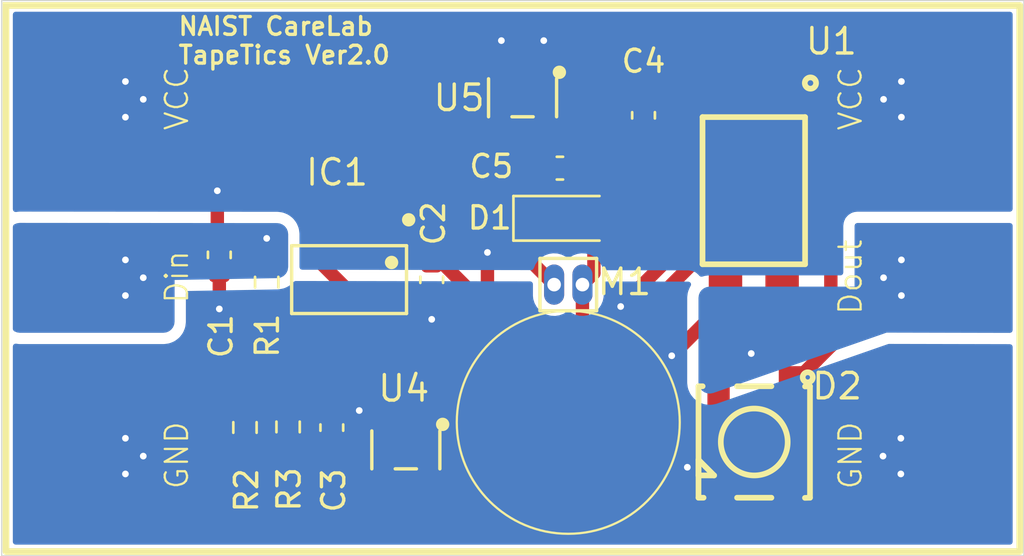
<source format=kicad_pcb>
(kicad_pcb (version 20221018) (generator pcbnew)
  (layers (0 "F.Cu" signal) (31 "B.Cu" signal) (34 "B.Paste" user) (35 "F.Paste" user) (36 "B.SilkS" user "B.Silkscreen") (37 "F.SilkS" user "F.Silkscreen") (38 "B.Mask" user) (39 "F.Mask" user) (44 "Edge.Cuts" user))
  (net 0 "")
  (net 1 "Net-(D1-A)")
  (net 2 "Net-(IC1-R)")
  (net 3 "Net-(IC1-VDD)")
  (net 5 "Net-(IC1-DIN)")
  (net 6 "Net-(IC1-DO)")
  (net 7 "Net-(D2-DOUT)")
  (net 8 "+12V")
  (net 9 "+3.3V")
  (net 10 "+5V")
  (net 11 "GND")
  (net 14 "Net-(D2-DIN)")
  (footprint "Resistor_SMD:R_0603_1608Metric" (layer "F.Cu") (at 30.435586 28.2 -90)
    (fp_text reference "R1" (at 2.4 -0.025 90) (layer "F.SilkS"))
    (fp_text value "33R" hide)
    (fp_line (start -0.237258 -0.5225) (end 0.237258 -0.5225) (stroke (width 0.12)) (layer "F.SilkS"))
    (fp_line (start -0.237258 0.5225) (end 0.237258 0.5225) (stroke (width 0.12)) (layer "F.SilkS"))
    (pad "1" smd roundrect (at -0.825 0 270) (size 0.8 0.95) (layers "F.Cu" "F.Paste" "F.Mask") (net 7 "Net-(D2-DOUT)"))
    (pad "2" smd roundrect (at 0.825 0 270) (size 0.8 0.95) (layers "F.Cu" "F.Paste" "F.Mask") (net 5 "Net-(IC1-DIN)"))
  )
  (footprint "1_My_custom_library:tape_connector_in_V2" (layer "F.Cu") (at 23.49 28.005)
    (fp_text reference "J1" hide)
    (fp_text value "Conn_01x03_Pin" hide)
    (fp_text user "Din" (at 3.5 1.215476 90 unlocked) (layer "F.SilkS") (effects (font (thickness 0.1)) (justify left bottom)))
    (fp_text user "VCC" (at 3.5 -6.546428 90 unlocked) (layer "F.SilkS") (effects (font (thickness 0.1)) (justify left bottom)))
    (fp_text user "GND" (at 3.5 9.54881 90 unlocked) (layer "F.SilkS") (effects (font (thickness 0.1)) (justify left bottom)))
    (pad "1" smd rect (at -2.75 0) (size 3.25 2) (layers "F.Cu" "F.Mask") (net 7 "Net-(D2-DOUT)"))
    (pad "1" smd rect (at -2.75 0) (size 3.25 2) (layers "B.Cu" "B.Paste" "B.Mask") (net 7 "Net-(D2-DOUT)"))
    (pad "1" smd oval (at -0.00005 0) (size 4 2.5) (layers "B.Cu" "B.Paste" "B.Mask") (net 7 "Net-(D2-DOUT)"))
    (pad "1" smd oval (at 0 0) (size 4 2.5) (layers "F.Cu" "F.Mask") (net 7 "Net-(D2-DOUT)"))
    (pad "2" smd rect (at -2.7499 -8) (size 3.25 2) (layers "F.Cu" "F.Mask") (net 8 "+12V"))
    (pad "2" smd rect (at -2.7499 -8) (size 3.25 2) (layers "B.Cu" "B.Paste" "B.Mask") (net 8 "+12V"))
    (pad "2" smd oval (at 0 -8) (size 4 2.5) (layers "B.Cu" "B.Paste" "B.Mask") (net 8 "+12V"))
    (pad "2" smd oval (at 0.00005 -8) (size 4 2.5) (layers "F.Cu" "F.Mask") (net 8 "+12V"))
    (pad "3" smd rect (at -2.75 8) (size 3.25 2) (layers "F.Cu" "F.Mask") (net 11 "GND"))
    (pad "3" smd rect (at -2.75 8) (size 3.25 2) (layers "B.Cu" "B.Paste" "B.Mask") (net 11 "GND"))
    (pad "3" smd oval (at -0.00005 8) (size 4 2.5) (layers "B.Cu" "B.Paste" "B.Mask") (net 11 "GND"))
    (pad "3" smd oval (at 0 8) (size 4 2.5) (layers "F.Cu" "F.Mask") (net 11 "GND"))
  )
  (footprint "Capacitor_SMD:C_0603_1608Metric" (layer "F.Cu") (at 37.835586 28.09114 90)
    (fp_text reference "C2" (at 2.525 0.075 270) (layer "F.SilkS"))
    (fp_text value "0.1uf" hide)
    (fp_line (start -0.14058 -0.51) (end 0.14058 -0.51) (stroke (width 0.12)) (layer "F.SilkS"))
    (fp_line (start -0.14058 0.51) (end 0.14058 0.51) (stroke (width 0.12)) (layer "F.SilkS"))
    (pad "1" smd roundrect (at -0.775 0 90) (size 0.9 0.95) (layers "F.Cu" "F.Paste" "F.Mask") (net 11 "GND"))
    (pad "2" smd roundrect (at 0.775 0 90) (size 0.9 0.95) (layers "F.Cu" "F.Paste" "F.Mask") (net 3 "Net-(IC1-VDD)"))
  )
  (footprint "Capacitor_SMD:C_0603_1608Metric" (layer "F.Cu") (at 33.355586 34.72114 -90)
    (fp_text reference "C3" (at 2.82 -0.08 90) (layer "F.SilkS"))
    (fp_text value "10uf" hide)
    (fp_line (start -0.14058 -0.51) (end 0.14058 -0.51) (stroke (width 0.12)) (layer "F.SilkS"))
    (fp_line (start -0.14058 0.51) (end 0.14058 0.51) (stroke (width 0.12)) (layer "F.SilkS"))
    (pad "1" smd roundrect (at -0.775 0 270) (size 0.9 0.95) (layers "F.Cu" "F.Paste" "F.Mask") (net 11 "GND"))
    (pad "2" smd roundrect (at 0.775 0 270) (size 0.9 0.95) (layers "F.Cu" "F.Paste" "F.Mask") (net 10 "+5V"))
  )
  (footprint "1_My_custom_library:WS2811" (layer "F.Cu") (at 34.130586 28.08414 180)
    (fp_text reference "IC1" (at -0.945 4.808 180) (layer "F.SilkS") (effects (font (size 1.143 1.143) (thickness 0.152)) (justify right)))
    (fp_text value "WS2811" hide)
    (fp_line (start -2.576 -1.521) (end 2.576 -1.521) (stroke (width 0.152)) (layer "F.SilkS"))
    (fp_line (start -2.576 1.521) (end -2.576 -1.521) (stroke (width 0.152)) (layer "F.SilkS"))
    (fp_line (start 2.576 -1.521) (end 2.576 1.521) (stroke (width 0.152)) (layer "F.SilkS"))
    (fp_line (start 2.576 1.521) (end -2.576 1.521) (stroke (width 0.152)) (layer "F.SilkS"))
    (fp_circle (center -2.672 2.682) (end -2.522 2.682) (stroke (width 0.3)) (fill none) (layer "F.SilkS"))
    (fp_circle (center -1.905 0.769) (end -1.755 0.769) (stroke (width 0.3)) (fill none) (layer "F.SilkS"))
    (pad "1" smd oval (at -1.905 2.682 180) (size 0.63 1.865) (layers "F.Cu" "F.Paste" "F.Mask") (net 2 "Net-(IC1-R)"))
    (pad "2" smd oval (at -0.635 2.682 180) (size 0.63 1.865) (layers "F.Cu" "F.Paste" "F.Mask"))
    (pad "3" smd oval (at 0.635 2.682 180) (size 0.63 1.865) (layers "F.Cu" "F.Paste" "F.Mask"))
    (pad "4" smd oval (at 1.905 2.682 180) (size 0.63 1.865) (layers "F.Cu" "F.Paste" "F.Mask") (net 11 "GND"))
    (pad "5" smd oval (at 1.905 -2.682 180) (size 0.63 1.865) (layers "F.Cu" "F.Paste" "F.Mask") (net 6 "Net-(IC1-DO)"))
    (pad "6" smd oval (at 0.635 -2.682 180) (size 0.63 1.865) (layers "F.Cu" "F.Paste" "F.Mask") (net 5 "Net-(IC1-DIN)"))
    (pad "7" smd oval (at -0.635 -2.682 180) (size 0.63 1.865) (layers "F.Cu" "F.Paste" "F.Mask"))
    (pad "8" smd oval (at -1.905 -2.682 180) (size 0.63 1.865) (layers "F.Cu" "F.Paste" "F.Mask") (net 3 "Net-(IC1-VDD)"))
  )
  (footprint "Capacitor_SMD:C_0603_1608Metric" (layer "F.Cu") (at 47.335586 20.71614 -90)
    (fp_text reference "C4" (at -2.425 0) (layer "F.SilkS"))
    (fp_text value "10uf" hide)
    (fp_line (start -0.14058 -0.51) (end 0.14058 -0.51) (stroke (width 0.12)) (layer "F.SilkS"))
    (fp_line (start -0.14058 0.51) (end 0.14058 0.51) (stroke (width 0.12)) (layer "F.SilkS"))
    (pad "1" smd roundrect (at -0.775 0 270) (size 0.9 0.95) (layers "F.Cu" "F.Paste" "F.Mask") (net 11 "GND"))
    (pad "2" smd roundrect (at 0.775 0 270) (size 0.9 0.95) (layers "F.Cu" "F.Paste" "F.Mask") (net 9 "+3.3V"))
  )
  (footprint "1_My_custom_library:VIBRATING-MOTOR-SMD_WELDING" (layer "F.Cu") (at 43.960586 28.30914 180)
    (fp_text reference "M1" (at -3.815 0.12) (layer "F.SilkS") (effects (font (size 1.143 1.143) (thickness 0.152)) (justify right)))
    (fp_text value "LCM1027A2445F" hide)
    (fp_line (start -1.27 -1.175) (end 1.27 -1.175) (stroke (width 0.152)) (layer "F.SilkS"))
    (fp_line (start -1.27 1.175) (end -1.27 -1.175) (stroke (width 0.152)) (layer "F.SilkS"))
    (fp_line (start 1.27 -1.175) (end 1.27 1.175) (stroke (width 0.152)) (layer "F.SilkS"))
    (fp_line (start 1.27 1.175) (end -1.27 1.175) (stroke (width 0.152)) (layer "F.SilkS"))
    (pad "1" thru_hole oval (at 0.635 0 180) (size 0.9 1.8) (drill 0.61) (layers "*.Cu" "*.Paste" "*.Mask") (net 9 "+3.3V"))
    (pad "2" thru_hole oval (at -0.635 0 180) (size 0.9 1.8) (drill 0.61) (layers "*.Cu" "*.Paste" "*.Mask") (net 1 "Net-(D1-A)"))
  )
  (footprint "Resistor_SMD:R_0603_1608Metric" (layer "F.Cu") (at 31.395586 34.69114 90)
    (fp_text reference "R3" (at -2.8 0.04 270) (layer "F.SilkS"))
    (fp_text value "100R" hide)
    (fp_line (start -0.237258 -0.5225) (end 0.237258 -0.5225) (stroke (width 0.12)) (layer "F.SilkS"))
    (fp_line (start -0.237258 0.5225) (end 0.237258 0.5225) (stroke (width 0.12)) (layer "F.SilkS"))
    (pad "1" smd roundrect (at -0.825 0 90) (size 0.8 0.95) (layers "F.Cu" "F.Paste" "F.Mask") (net 10 "+5V"))
    (pad "2" smd roundrect (at 0.825 0 90) (size 0.8 0.95) (layers "F.Cu" "F.Paste" "F.Mask") (net 3 "Net-(IC1-VDD)"))
  )
  (footprint "Resistor_SMD:R_0603_1608Metric" (layer "F.Cu") (at 29.460586 34.71614 -90)
    (fp_text reference "R2" (at 2.82 -0.07 90) (layer "F.SilkS"))
    (fp_text value "33R" hide)
    (fp_line (start -0.237258 -0.5225) (end 0.237258 -0.5225) (stroke (width 0.12)) (layer "F.SilkS"))
    (fp_line (start -0.237258 0.5225) (end 0.237258 0.5225) (stroke (width 0.12)) (layer "F.SilkS"))
    (pad "1" smd roundrect (at -0.825 0 270) (size 0.8 0.95) (layers "F.Cu" "F.Paste" "F.Mask") (net 6 "Net-(IC1-DO)"))
    (pad "2" smd roundrect (at 0.825 0 270) (size 0.8 0.95) (layers "F.Cu" "F.Paste" "F.Mask") (net 14 "Net-(D2-DIN)"))
  )
  (footprint "1_My_custom_library:SPX3819M5-L-5-0" (layer "F.Cu") (at 36.675586 35.72014 180)
    (fp_text reference "U4" (at -1.15 2.754) (layer "F.SilkS") (effects (font (size 1.143 1.143) (thickness 0.152)) (justify right)))
    (fp_text value "5V" hide)
    (fp_line (start -1.526 0.851) (end -1.526 -0.851) (stroke (width 0.152)) (layer "F.SilkS"))
    (fp_line (start 0.476 -0.851) (end -0.476 -0.851) (stroke (width 0.152)) (layer "F.SilkS"))
    (fp_line (start 1.526 0.851) (end 1.526 -0.851) (stroke (width 0.152)) (layer "F.SilkS"))
    (fp_circle (center -1.651 1.143) (end -1.501 1.143) (stroke (width 0.3)) (fill none) (layer "F.SilkS"))
    (pad "1" smd rect (at -0.95 1.154 180) (size 0.49 1.157) (layers "F.Cu" "F.Paste" "F.Mask") (net 8 "+12V"))
    (pad "2" smd rect (at 0 1.154 180) (size 0.49 1.157) (layers "F.Cu" "F.Paste" "F.Mask") (net 11 "GND"))
    (pad "3" smd rect (at 0.95 1.154 180) (size 0.49 1.157) (layers "F.Cu" "F.Paste" "F.Mask") (net 8 "+12V"))
    (pad "4" smd rect (at 0.95 -1.154 180) (size 0.49 1.175) (layers "F.Cu" "F.Paste" "F.Mask"))
    (pad "5" smd rect (at -0.95 -1.154 180) (size 0.49 1.175) (layers "F.Cu" "F.Paste" "F.Mask") (net 10 "+5V"))
  )
  (footprint "1_My_custom_library:TLP627" (layer "F.Cu") (at 52.280586 24.09614 180)
    (fp_text reference "U1" (at -4.719414 6.69614 180) (layer "F.SilkS") (effects (font (size 1.143 1.143) (thickness 0.152)) (justify right)))
    (fp_text value "TLP627" hide)
    (fp_line (start -2.3 -3.3) (end 2.3 -3.3) (stroke (width 0.254)) (layer "F.SilkS"))
    (fp_line (start -2.3 3.3) (end -2.3 -3.3) (stroke (width 0.254)) (layer "F.SilkS"))
    (fp_line (start 2.3 -3.3) (end 2.3 3.3) (stroke (width 0.254)) (layer "F.SilkS"))
    (fp_line (start 2.3 3.3) (end -2.3 3.3) (stroke (width 0.254)) (layer "F.SilkS"))
    (fp_circle (center -2.54 4.826) (end -2.286 4.826) (stroke (width 0.254)) (fill none) (layer "F.SilkS"))
    (pad "1" smd rect (at -1.27 5) (size 1.5 3) (layers "F.Cu" "F.Paste" "F.Mask") (net 10 "+5V"))
    (pad "2" smd rect (at 1.27 5) (size 1.5 3) (layers "F.Cu" "F.Paste" "F.Mask") (net 2 "Net-(IC1-R)"))
    (pad "3" smd rect (at 1.27 -5) (size 1.5 3) (layers "F.Cu" "F.Paste" "F.Mask") (net 11 "GND"))
    (pad "4" smd rect (at -1.27 -5) (size 1.5 3) (layers "F.Cu" "F.Paste" "F.Mask") (net 1 "Net-(D1-A)"))
  )
  (footprint "Diode_SMD:D_SOD-123F" (layer "F.Cu") (at 43.710586 25.33614)
    (fp_text reference "D1" (at -3.275 -0.02) (layer "F.SilkS"))
    (fp_text value "1N4001" hide)
    (fp_line (start -2.21 -1) (end -2.21 1) (stroke (width 0.12)) (layer "F.SilkS"))
    (fp_line (start -2.21 -1) (end 1.65 -1) (stroke (width 0.12)) (layer "F.SilkS"))
    (fp_line (start -2.21 1) (end 1.65 1) (stroke (width 0.12)) (layer "F.SilkS"))
    (pad "1" smd roundrect (at -1.4 0) (size 1.1 1.1) (layers "F.Cu" "F.Paste" "F.Mask") (roundrect_rratio 0.2272727273) (net 9 "+3.3V"))
    (pad "2" smd roundrect (at 1.4 0) (size 1.1 1.1) (layers "F.Cu" "F.Paste" "F.Mask") (roundrect_rratio 0.2272727273) (net 1 "Net-(D1-A)"))
  )
  (footprint "1_My_custom_library:SPX3819M5-L-3-3" (layer "F.Cu") (at 41.910586 19.93014 180)
    (fp_text reference "U5" (at 4.09 -0.006) (layer "F.SilkS") (effects (font (size 1.143 1.143) (thickness 0.152)) (justify left)))
    (fp_text value "3.3V" hide)
    (fp_line (start -1.526 0.851) (end -1.526 -0.851) (stroke (width 0.152)) (layer "F.SilkS"))
    (fp_line (start 0.476 -0.851) (end -0.476 -0.851) (stroke (width 0.152)) (layer "F.SilkS"))
    (fp_line (start 1.526 0.851) (end 1.526 -0.851) (stroke (width 0.152)) (layer "F.SilkS"))
    (fp_circle (center -1.651 1.143) (end -1.501 1.143) (stroke (width 0.3)) (fill none) (layer "F.SilkS"))
    (pad "1" smd rect (at -0.95 1.154 180) (size 0.49 1.157) (layers "F.Cu" "F.Paste" "F.Mask") (net 8 "+12V"))
    (pad "2" smd rect (at 0 1.154 180) (size 0.49 1.157) (layers "F.Cu" "F.Paste" "F.Mask") (net 11 "GND"))
    (pad "3" smd rect (at 0.95 1.154 180) (size 0.49 1.157) (layers "F.Cu" "F.Paste" "F.Mask") (net 8 "+12V"))
    (pad "4" smd rect (at 0.95 -1.154 180) (size 0.49 1.175) (layers "F.Cu" "F.Paste" "F.Mask"))
    (pad "5" smd rect (at -0.95 -1.154 180) (size 0.49 1.175) (layers "F.Cu" "F.Paste" "F.Mask") (net 9 "+3.3V"))
  )
  (footprint "Capacitor_SMD:C_0603_1608Metric" (layer "F.Cu") (at 43.585586 23.08614 180)
    (fp_text reference "C5" (at 3.075 0.08 180) (layer "F.SilkS"))
    (fp_text value "0.1uf" hide)
    (fp_line (start -0.14058 -0.51) (end 0.14058 -0.51) (stroke (width 0.12)) (layer "F.SilkS"))
    (fp_line (start -0.14058 0.51) (end 0.14058 0.51) (stroke (width 0.12)) (layer "F.SilkS"))
    (pad "1" smd roundrect (at -0.775 0 180) (size 0.9 0.95) (layers "F.Cu" "F.Paste" "F.Mask") (net 1 "Net-(D1-A)"))
    (pad "2" smd roundrect (at 0.775 0 180) (size 0.9 0.95) (layers "F.Cu" "F.Paste" "F.Mask") (net 9 "+3.3V"))
  )
  (footprint "1_My_custom_library:tape_connector_out_V2" (layer "F.Cu") (at 59.509999 28.01)
    (fp_text reference "J2" hide)
    (fp_text value "Conn_01x03_Socket" hide)
    (fp_text user "Dout" (at -2.31 1.715477 90 unlocked) (layer "F.SilkS") (effects (font (thickness 0.1)) (justify left bottom)))
    (fp_text user "VCC" (at -2.31 -6.546428 90 unlocked) (layer "F.SilkS") (effects (font (thickness 0.1)) (justify left bottom)))
    (fp_text user "GND" (at -2.31 9.54881 90 unlocked) (layer "F.SilkS") (effects (font (thickness 0.1)) (justify left bottom)))
    (pad "1" smd oval (at 0.01495 0) (size 4 2.5) (layers "B.Cu" "B.Paste" "B.Mask") (net 7 "Net-(D2-DOUT)"))
    (pad "1" smd oval (at 0.015 0) (size 4 2.5) (layers "F.Cu" "F.Paste" "F.Mask") (net 7 "Net-(D2-DOUT)"))
    (pad "1" smd rect (at 2.64 0) (size 3.25 2) (layers "F.Cu" "F.Mask") (net 7 "Net-(D2-DOUT)"))
    (pad "1" smd rect (at 2.64 0) (size 3.25 2) (layers "B.Cu" "B.Paste" "B.Mask") (net 7 "Net-(D2-DOUT)"))
    (pad "2" smd oval (at 0.01495 -8) (size 4 2.5) (layers "B.Cu" "B.Paste" "B.Mask") (net 8 "+12V"))
    (pad "2" smd oval (at 0.015 -8) (size 4 2.5) (layers "F.Cu" "F.Paste" "F.Mask") (net 8 "+12V"))
    (pad "2" smd rect (at 2.64005 -8) (size 3.25 2) (layers "F.Cu" "F.Mask") (net 8 "+12V"))
    (pad "2" smd rect (at 2.64005 -8) (size 3.25 2) (layers "B.Cu" "B.Paste" "B.Mask") (net 8 "+12V"))
    (pad "3" smd oval (at 0.01495 8) (size 4 2.5) (layers "B.Cu" "B.Paste" "B.Mask") (net 11 "GND"))
    (pad "3" smd oval (at 0.015 8) (size 4 2.5) (layers "F.Cu" "F.Paste" "F.Mask") (net 11 "GND"))
    (pad "3" smd rect (at 2.64 8) (size 3.25 2) (layers "F.Cu" "F.Mask") (net 11 "GND"))
    (pad "3" smd rect (at 2.64 8) (size 3.25 2) (layers "B.Cu" "B.Paste" "B.Mask") (net 11 "GND"))
  )
  (footprint "Capacitor_SMD:C_0603_1608Metric" (layer "F.Cu") (at 28.310586 26.975 90)
    (fp_text reference "C1" (at -3.65 0.075 270) (layer "F.SilkS"))
    (fp_text value "0.1uf" hide)
    (fp_line (start -0.14058 -0.51) (end 0.14058 -0.51) (stroke (width 0.12)) (layer "F.SilkS"))
    (fp_line (start -0.14058 0.51) (end 0.14058 0.51) (stroke (width 0.12)) (layer "F.SilkS"))
    (pad "1" smd roundrect (at -0.775 0 90) (size 0.9 0.95) (layers "F.Cu" "F.Paste" "F.Mask") (net 11 "GND"))
    (pad "2" smd roundrect (at 0.775 0 90) (size 0.9 0.95) (layers "F.Cu" "F.Paste" "F.Mask") (net 8 "+12V"))
  )
  (footprint "1_My_custom_library:WS2812B-V5W" (layer "F.Cu") (at 52.300586 35.36614 -90)
    (fp_text reference "D2" (at -2.5 -2.5) (layer "F.SilkS") (effects (font (size 1.143 1.143) (thickness 0.152)) (justify left)))
    (fp_text value "WS2812B" hide)
    (fp_line (start -2.5 -2.5) (end 2.5 -2.5) (stroke (width 0.254)) (layer "F.SilkS"))
    (fp_line (start -2.5 0.77) (end -2.5 -0.77) (stroke (width 0.254)) (layer "F.SilkS"))
    (fp_line (start -2.5 2.5) (end -2.5 2.314) (stroke (width 0.254)) (layer "F.SilkS"))
    (fp_line (start -2.489 -2.278) (end -2.5 -2.5) (stroke (width 0.254)) (layer "F.SilkS"))
    (fp_line (start 0.8 2.5) (end 1.5 1.8) (stroke (width 0.254)) (layer "F.SilkS"))
    (fp_line (start 1.5 1.8) (end 1.5 2.5) (stroke (width 0.254)) (layer "F.SilkS"))
    (fp_line (start 1.5 2.5) (end 0.8 2.5) (stroke (width 0.254)) (layer "F.SilkS"))
    (fp_line (start 2.5 -2.5) (end 2.507 -2.274) (stroke (width 0.254)) (layer "F.SilkS"))
    (fp_line (start 2.5 -0.77) (end 2.5 0.77) (stroke (width 0.254)) (layer "F.SilkS"))
    (fp_line (start 2.5 2.272) (end 2.5 2.5) (stroke (width 0.254)) (layer "F.SilkS"))
    (fp_line (start 2.5 2.5) (end -2.5 2.5) (stroke (width 0.254)) (layer "F.SilkS"))
    (fp_circle (center -2.9 -2.4) (end -2.8 -2.4) (stroke (width 0.254)) (fill none) (layer "F.SilkS"))
    (fp_circle (center 0.001 0) (end 1.501 0) (stroke (width 0.254)) (fill none) (layer "F.SilkS"))
    (pad "1" smd rect (at -2.5 -1.6 90) (size 1.8 1) (layers "F.Cu" "F.Paste" "F.Mask") (net 10 "+5V"))
    (pad "2" smd rect (at -2.5 1.6 90) (size 1.8 1) (layers "F.Cu" "F.Paste" "F.Mask") (net 7 "Net-(D2-DOUT)"))
    (pad "3" smd rect (at 2.5 1.6 90) (size 1.8 1) (layers "F.Cu" "F.Paste" "F.Mask") (net 11 "GND"))
    (pad "4" smd rect (at 2.5 -1.6 90) (size 1.8 1) (layers "F.Cu" "F.Paste" "F.Mask") (net 14 "Net-(D2-DIN)"))
  )
  (gr_circle (center 43.960586 34.48414) (end 48.960586 34.48414) (stroke (width 0.1)) (fill none) (layer "F.SilkS"))
  (gr_rect (start 18.742437 15.79) (end 64.210087 40.28) (stroke (width 0.3)) (fill none) (layer "F.SilkS"))
  (gr_rect (start 18.55 15.57) (end 64.39 40.47) (stroke (width 0.05)) (fill none) (layer "Edge.Cuts"))
  (gr_text "NAIST CareLab\nTapeTics Ver2.0 \n" (at 26.4 18.48) (layer "F.SilkS") (effects (font (size 0.8 0.8)) (justify left bottom)))
  (segment (start 46.435586 30.46614) (end 45.135586 30.46614) (width 0.6) (layer "F.Cu") (net 1))
  (segment (start 45.110586 27.79414) (end 44.595586 28.30914) (width 0.6) (layer "F.Cu") (net 1))
  (segment (start 52.960586 26.54114) (end 50.360586 26.54114) (width 0.6) (layer "F.Cu") (net 1))
  (segment (start 45.135586 30.46614) (end 44.595586 29.92614) (width 0.6) (layer "F.Cu") (net 1))
  (segment (start 45.110586 23.83614) (end 45.110586 25.33614) (width 0.6) (layer "F.Cu") (net 1))
  (segment (start 44.360586 23.08614) (end 45.110586 23.83614) (width 0.6) (layer "F.Cu") (net 1))
  (segment (start 50.360586 26.54114) (end 46.435586 30.46614) (width 0.6) (layer "F.Cu") (net 1))
  (segment (start 53.550586 29.09614) (end 53.550586 27.13114) (width 0.6) (layer "F.Cu") (net 1))
  (segment (start 44.595586 29.92614) (end 44.595586 28.30914) (width 0.6) (layer "F.Cu") (net 1))
  (segment (start 45.110586 25.33614) (end 45.110586 27.79414) (width 0.6) (layer "F.Cu") (net 1))
  (segment (start 53.550586 27.13114) (end 52.960586 26.54114) (width 0.6) (layer "F.Cu") (net 1))
  (segment (start 36.035586 25.40214) (end 36.035586 18.93114) (width 0.6) (layer "F.Cu") (net 2))
  (segment (start 48.514446 16.6) (end 51.010586 19.09614) (width 0.6) (layer "F.Cu") (net 2))
  (segment (start 36.035586 18.93114) (end 38.400586 16.56614) (width 0.6) (layer "F.Cu") (net 2))
  (segment (start 38.400586 16.56614) (end 43.191957 16.56614) (width 0.6) (layer "F.Cu") (net 2))
  (segment (start 43.191957 16.56614) (end 43.225817 16.6) (width 0.6) (layer "F.Cu") (net 2))
  (segment (start 43.225817 16.6) (end 48.514446 16.6) (width 0.6) (layer "F.Cu") (net 2))
  (segment (start 31.395586 33.804414) (end 32.8 32.4) (width 0.6) (layer "F.Cu") (net 3))
  (segment (start 36.035586 31.266224) (end 36.035586 30.76614) (width 0.6) (layer "F.Cu") (net 3))
  (segment (start 36.035586 31.164414) (end 36.035586 31.26864) (width 0.6) (layer "F.Cu") (net 3))
  (segment (start 37.835586 27.31614) (end 38.285586 27.31614) (width 0.6) (layer "F.Cu") (net 3))
  (segment (start 32.8 32.4) (end 34.90181 32.4) (width 0.6) (layer "F.Cu") (net 3))
  (segment (start 34.90181 32.4) (end 36.035586 31.266224) (width 0.6) (layer "F.Cu") (net 3))
  (segment (start 38.285586 27.31614) (end 39.485586 28.51614) (width 0.6) (layer "F.Cu") (net 3))
  (segment (start 31.395586 33.86614) (end 31.395586 33.804414) (width 0.6) (layer "F.Cu") (net 3))
  (segment (start 39.485586 29.91614) (end 38.635586 30.76614) (width 0.6) (layer "F.Cu") (net 3))
  (segment (start 39.485586 28.51614) (end 39.485586 29.91614) (width 0.6) (layer "F.Cu") (net 3))
  (segment (start 38.635586 30.76614) (end 36.035586 30.76614) (width 0.6) (layer "F.Cu") (net 3))
  (segment (start 32.769446 29) (end 33.495586 29.72614) (width 0.6) (layer "F.Cu") (net 5))
  (segment (start 30.460586 29) (end 32.769446 29) (width 0.6) (layer "F.Cu") (net 5))
  (segment (start 33.495586 29.72614) (end 33.495586 30.76614) (width 0.6) (layer "F.Cu") (net 5))
  (segment (start 29.460586 33.539414) (end 29.460586 33.89114) (width 0.6) (layer "F.Cu") (net 6))
  (segment (start 32.225586 30.76614) (end 32.225586 30.774414) (width 0.6) (layer "F.Cu") (net 6))
  (segment (start 32.225586 30.774414) (end 29.460586 33.539414) (width 0.6) (layer "F.Cu") (net 6))
  (segment (start 30.435586 27.375) (end 30.435586 26.235586) (width 0.6) (layer "F.Cu") (net 7))
  (segment (start 52.16614 31.400586) (end 50.700586 32.86614) (width 0.6) (layer "F.Cu") (net 7))
  (segment (start 52.16614 31.4) (end 52.16614 31.400586) (width 0.6) (layer "F.Cu") (net 7))
  (via (at 58.1 28) (size 0.6) (drill 0.3) (layers "F.Cu" "B.Cu") (net 7))
  (via (at 24.1 27.2) (size 0.6) (drill 0.3) (layers "F.Cu" "B.Cu") (net 7))
  (via (at 52.16614 31.4) (size 0.6) (drill 0.3) (layers "F.Cu" "B.Cu") (net 7))
  (via (at 24.1 28.8) (size 0.6) (drill 0.3) (layers "F.Cu" "B.Cu") (net 7))
  (via (at 30.435586 26.235586) (size 0.6) (drill 0.3) (layers "F.Cu" "B.Cu") (net 7))
  (via (at 58.9 28.8) (size 0.6) (drill 0.3) (layers "F.Cu" "B.Cu") (net 7))
  (via (at 58.9 27.2) (size 0.6) (drill 0.3) (layers "F.Cu" "B.Cu") (net 7))
  (via (at 24.9 28) (size 0.6) (drill 0.3) (layers "F.Cu" "B.Cu") (net 7))
  (segment (start 28.221172 26.110586) (end 28.310586 26.2) (width 0.6) (layer "F.Cu") (net 8))
  (segment (start 35.725586 34.56614) (end 35.725586 33.670455) (width 0.6) (layer "F.Cu") (net 8))
  (segment (start 35.715586 33.660455) (end 35.715586 33.26614) (width 0.6) (layer "F.Cu") (net 8))
  (segment (start 35.715586 33.26614) (end 36.875586 32.10614) (width 0.6) (layer "F.Cu") (net 8))
  (segment (start 28.221172 24.1) (end 28.221172 26.110586) (width 0.6) (layer "F.Cu") (net 8))
  (segment (start 40.960586 18.77614) (end 40.960586 17.36614) (width 0.6) (layer "F.Cu") (net 8))
  (segment (start 37.775586 32.10614) (end 39.095586 32.10614) (width 0.6) (layer "F.Cu") (net 8))
  (segment (start 39.095586 32.10614) (end 40.335586 30.86614) (width 0.6) (layer "F.Cu") (net 8))
  (segment (start 40.335586 30.86614) (end 40.335586 26.86614) (width 0.6) (layer "F.Cu") (net 8))
  (segment (start 37.625586 33.57614) (end 39.095586 32.10614) (width 0.6) (layer "F.Cu") (net 8))
  (segment (start 37.625586 34.56614) (end 37.625586 33.57614) (width 0.6) (layer "F.Cu") (net 8))
  (segment (start 42.860586 17.36614) (end 42.860586 18.67614) (width 0.6) (layer "F.Cu") (net 8))
  (segment (start 36.875586 32.10614) (end 37.775586 32.10614) (width 0.6) (layer "F.Cu") (net 8))
  (segment (start 42.860586 18.67614) (end 42.760586 18.77614) (width 0.2) (layer "F.Cu") (net 8))
  (segment (start 35.725586 33.670455) (end 35.715586 33.660455) (width 0.6) (layer "F.Cu") (net 8))
  (via (at 42.860586 17.36614) (size 0.6) (drill 0.3) (layers "F.Cu" "B.Cu") (net 8))
  (via (at 24.09995 20.8) (size 0.6) (drill 0.3) (layers "F.Cu" "B.Cu") (net 8))
  (via (at 58.90015 20.8) (size 0.6) (drill 0.3) (layers "F.Cu" "B.Cu") (net 8))
  (via (at 40.960586 17.36614) (size 0.6) (drill 0.3) (layers "F.Cu" "B.Cu") (net 8))
  (via (at 58.90015 19.2) (size 0.6) (drill 0.3) (layers "F.Cu" "B.Cu") (net 8))
  (via (at 28.221172 24.1) (size 0.6) (drill 0.3) (layers "F.Cu" "B.Cu") (net 8))
  (via (at 40.335586 26.86614) (size 0.6) (drill 0.3) (layers "F.Cu" "B.Cu") (net 8))
  (via (at 58.10015 20) (size 0.6) (drill 0.3) (layers "F.Cu" "B.Cu") (net 8))
  (via (at 24.09995 19.2) (size 0.6) (drill 0.3) (layers "F.Cu" "B.Cu") (net 8))
  (via (at 24.89995 20) (size 0.6) (drill 0.3) (layers "F.Cu" "B.Cu") (net 8))
  (segment (start 43.292586 21.51614) (end 47.010586 21.51614) (width 0.6) (layer "F.Cu") (net 9))
  (segment (start 42.860586 21.08414) (end 43.292586 21.51614) (width 0.6) (layer "F.Cu") (net 9))
  (segment (start 42.810586 23.08614) (end 42.310586 23.58614) (width 0.6) (layer "F.Cu") (net 9))
  (segment (start 42.810586 23.08614) (end 42.810586 21.13414) (width 0.6) (layer "F.Cu") (net 9))
  (segment (start 42.310586 23.58614) (end 42.310586 25.33614) (width 0.6) (layer "F.Cu") (net 9))
  (segment (start 42.310586 27.29414) (end 43.325586 28.30914) (width 0.6) (layer "F.Cu") (net 9))
  (segment (start 42.310586 25.33614) (end 42.310586 27.29414) (width 0.6) (layer "F.Cu") (net 9))
  (segment (start 42.810586 21.13414) (end 42.860586 21.08414) (width 0.6) (layer "F.Cu") (net 9))
  (segment (start 33.355586 37.60614) (end 34.039446 38.29) (width 0.6) (layer "F.Cu") (net 10))
  (segment (start 55.735586 31.064414) (end 53.93386 32.86614) (width 0.6) (layer "F.Cu") (net 10))
  (segment (start 33.355586 37.60614) (end 31.395586 35.64614) (width 0.6) (layer "F.Cu") (net 10))
  (segment (start 55.735586 21.28114) (end 55.735586 31.064414) (width 0.6) (layer "F.Cu") (net 10))
  (segment (start 53.93386 32.86614) (end 53.900586 32.86614) (width 0.6) (layer "F.Cu") (net 10))
  (segment (start 33.355586 35.49614) (end 33.355586 37.60614) (width 0.6) (layer "F.Cu") (net 10))
  (segment (start 38.999726 35.5) (end 37.625586 36.87414) (width 0.6) (layer "F.Cu") (net 10))
  (segment (start 31.395586 35.64614) (end 31.395586 35.51614) (width 0.6) (layer "F.Cu") (net 10))
  (segment (start 37.2 38.29) (end 37.625586 37.864414) (width 0.6) (layer "F.Cu") (net 10))
  (segment (start 53.550586 19.09614) (end 55.735586 21.28114) (width 0.6) (layer "F.Cu") (net 10))
  (segment (start 51.3 35.5) (end 38.999726 35.5) (width 0.6) (layer "F.Cu") (net 10))
  (segment (start 34.039446 38.29) (end 37.2 38.29) (width 0.6) (layer "F.Cu") (net 10))
  (segment (start 37.625586 37.864414) (end 37.625586 36.87414) (width 0.6) (layer "F.Cu") (net 10))
  (segment (start 55.1 31.7) (end 51.3 35.5) (width 0.6) (layer "F.Cu") (net 10))
  (segment (start 34.585586 33.95614) (end 34.545586 33.94614) (width 0.2) (layer "F.Cu") (net 11))
  (segment (start 37.835586 28.86614) (end 37.835586 29.86614) (width 0.6) (layer "F.Cu") (net 11))
  (segment (start 51.00386 29.09614) (end 51.010586 29.09614) (width 0.6) (layer "F.Cu") (net 11))
  (segment (start 48.6 31.5) (end 51.00386 29.09614) (width 0.6) (layer "F.Cu") (net 11))
  (segment (start 36.675586 34.56614) (end 36.675586 35.37614) (width 0.6) (layer "F.Cu") (net 11))
  (segment (start 46.310586 29.29114) (end 48.810586 26.79114) (width 0.6) (layer "F.Cu") (net 11))
  (segment (start 42.335586 19.94114) (end 41.910586 19.51614) (width 0.6) (layer "F.Cu") (net 11))
  (segment (start 50.700586 37.86614) (end 50.66614 37.86614) (width 0.6) (layer "F.Cu") (net 11))
  (segment (start 36.675586 35.37614) (end 36.335586 35.71614) (width 0.6) (layer "F.Cu") (net 11))
  (segment (start 34.545586 33.94614) (end 34.535586 33.94614) (width 0.2) (layer "F.Cu") (net 11))
  (segment (start 34.385586 28.86614) (end 32.225586 26.70614) (width 0.6) (layer "F.Cu") (net 11))
  (segment (start 35.085586 35.71614) (end 33.355586 33.98614) (width 0.6) (layer "F.Cu") (net 11))
  (segment (start 28.310586 27.75) (end 28.310586 29.4) (width 0.6) (layer "F.Cu") (net 11))
  (segment (start 37.835586 28.86614) (end 34.385586 28.86614) (width 0.6) (layer "F.Cu") (net 11))
  (segment (start 47.535586 19.94114) (end 42.335586 19.94114) (width 0.6) (layer "F.Cu") (net 11))
  (segment (start 32.225586 26.70614) (end 32.225586 25.40214) (width 0.6) (layer "F.Cu") (net 11))
  (segment (start 41.910586 19.51614) (end 41.910586 18.77614) (width 0.6) (layer "F.Cu") (net 11))
  (segment (start 34.525586 33.94614) (end 34.585586 33.95614) (width 0.2) (layer "F.Cu") (net 11))
  (segment (start 33.355586 33.94614) (end 34.525586 33.94614) (width 0.6) (layer "F.Cu") (net 11))
  (segment (start 48.810586 26.79114) (end 48.810586 21.21614) (width 0.6) (layer "F.Cu") (net 11))
  (segment (start 36.335586 35.71614) (end 35.085586 35.71614) (width 0.6) (layer "F.Cu") (net 11))
  (segment (start 48.810586 21.21614) (end 47.535586 19.94114) (width 0.6) (layer "F.Cu") (net 11))
  (segment (start 33.355586 33.98614) (end 33.355586 33.94614) (width 0.6) (layer "F.Cu") (net 11))
  (segment (start 50.66614 37.86614) (end 49.3 36.5) (width 0.6) (layer "F.Cu") (net 11))
  (via (at 49.3 36.5) (size 0.6) (drill 0.3) (layers "F.Cu" "B.Cu") (net 11))
  (via (at 58.875 36.8) (size 0.6) (drill 0.3) (layers "F.Cu" "B.Cu") (net 11))
  (via (at 24.09995 35.2) (size 0.6) (drill 0.3) (layers "F.Cu" "B.Cu") (net 11))
  (via (at 58.875 35.2) (size 0.6) (drill 0.3) (layers "F.Cu" "B.Cu") (net 11))
  (via (at 48.6 31.5) (size 0.6) (drill 0.3) (layers "F.Cu" "B.Cu") (net 11))
  (via (at 58.075 36) (size 0.6) (drill 0.3) (layers "F.Cu" "B.Cu") (net 11))
  (via (at 37.835586 29.86614) (size 0.6) (drill 0.3) (layers "F.Cu" "B.Cu") (net 11))
  (via (at 24.09995 36.8) (size 0.6) (drill 0.3) (layers "F.Cu" "B.Cu") (net 11))
  (via (at 46.310586 29.29114) (size 0.6) (drill 0.3) (layers "F.Cu" "B.Cu") (net 11))
  (via (at 28.310586 29.4) (size 0.6) (drill 0.3) (layers "F.Cu" "B.Cu") (net 11))
  (via (at 24.89995 36) (size 0.6) (drill 0.3) (layers "F.Cu" "B.Cu") (net 11))
  (via (at 34.585586 33.95614) (size 0.6) (drill 0.3) (layers "F.Cu" "B.Cu") (net 11))
  (segment (start 53.900586 37.86614) (end 52.396726 39.37) (width 0.6) (layer "F.Cu") (net 14))
  (segment (start 31.479446 39.37) (end 29.460586 37.35114) (width 0.6) (layer "F.Cu") (net 14))
  (segment (start 52.396726 39.37) (end 31.479446 39.37) (width 0.6) (layer "F.Cu") (net 14))
  (segment (start 29.460586 37.35114) (end 29.460586 35.54114) (width 0.6) (layer "F.Cu") (net 14))
  (zone (net 11) (net_name "GND") (layer "B.Cu") (priority 1) (connect_pads thru_hole_only (clearance 0.5)) (min_thickness 0.25) (fill yes (thermal_gap 0.5) (thermal_bridge_width 0.5) (smoothing fillet) (radius 0.5))
    (polygon (pts (xy 18.475 28.124298) (xy 18.475 40) (xy 64.375 40) (xy 64.375 28.200124)))
  )
  (zone (net 7) (net_name "Net-(D2-DOUT)") (layer "B.Cu") (priority 2) (connect_pads thru_hole_only (clearance 0.5)) (min_thickness 0.25) (fill yes (thermal_gap 0.5) (thermal_bridge_width 0.5) (smoothing fillet) (radius 0.5))
    (polygon (pts (xy 18.865 25.54) (xy 18.865 30.47) (xy 26.305 30.47) (xy 26.305 28.1) (xy 31.4 28.01) (xy 31.4 25.55)))
  )
  (zone (net 7) (net_name "Net-(D2-DOUT)") (layer "B.Cu") (priority 2) (connect_pads thru_hole_only (clearance 0.5)) (min_thickness 0.25) (fill yes (thermal_gap 0.5) (thermal_bridge_width 0.5) (smoothing fillet) (radius 0.5))
    (polygon (pts (xy 56.8 25.545) (xy 56.8 28.4) (xy 49.800114 28.4) (xy 49.798888 33.4) (xy 58.237597 30.462403) (xy 64.37 30.475) (xy 64.37 25.545) (xy 56.93 25.545)))
  )
  (zone (net 8) (net_name "+12V") (layer "B.Cu") (connect_pads thru_hole_only (clearance 0.5)) (min_thickness 0.25) (fill yes (thermal_gap 0.5) (thermal_bridge_width 0.5) (smoothing fillet) (radius 0.5))
    (polygon (pts (xy 18.475 28.125) (xy 64.375 28.125) (xy 64.375 16) (xy 18.475 16)))
  )
)
</source>
